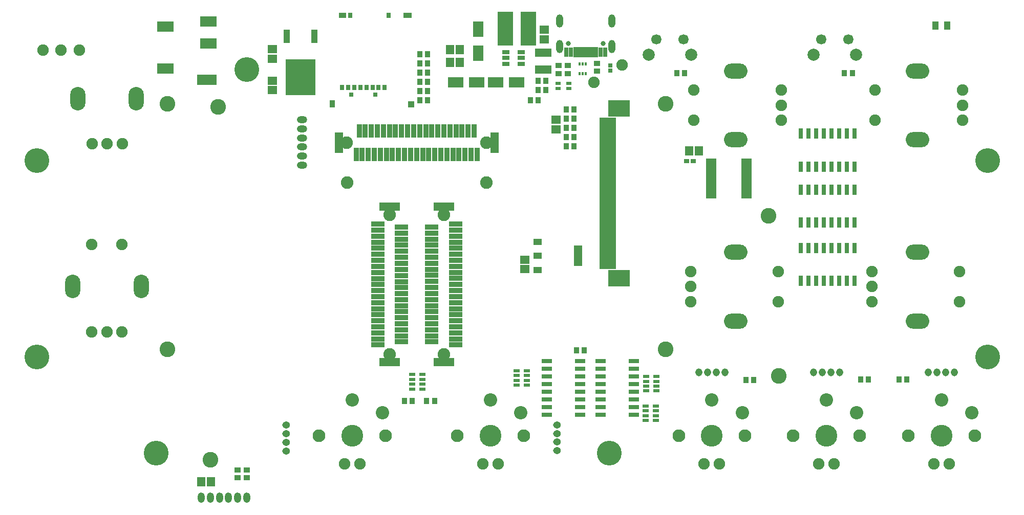
<source format=gts>
G04*
G04 #@! TF.GenerationSoftware,Altium Limited,Altium Designer,21.8.1 (53)*
G04*
G04 Layer_Color=8388736*
%FSLAX25Y25*%
%MOIN*%
G70*
G04*
G04 #@! TF.SameCoordinates,5834F34B-C4A2-4629-ADC7-1C587854752A*
G04*
G04*
G04 #@! TF.FilePolarity,Negative*
G04*
G01*
G75*
%ADD58R,0.13800X0.05500*%
%ADD59R,0.08600X0.03200*%
%ADD60R,0.10243X0.22054*%
%ADD61R,0.07093X0.10243*%
%ADD62R,0.05124X0.02762*%
%ADD63R,0.10243X0.06699*%
%ADD64R,0.05518X0.05912*%
%ADD65R,0.19691X0.23432*%
%ADD66R,0.04337X0.08668*%
%ADD67R,0.05912X0.05518*%
%ADD68R,0.03747X0.04140*%
%ADD69R,0.10600X0.06600*%
%ADD70R,0.12600X0.06600*%
%ADD71R,0.04140X0.03747*%
%ADD72R,0.11036X0.01981*%
%ADD73R,0.14179X0.10833*%
%ADD74R,0.03550X0.02368*%
%ADD75R,0.02762X0.06109*%
%ADD76R,0.01981X0.06509*%
%ADD77R,0.01460X0.02405*%
%ADD78R,0.02959X0.06502*%
%ADD79R,0.05518X0.04140*%
%ADD80R,0.05518X0.13195*%
%ADD81R,0.11030X0.05518*%
%ADD82R,0.05124X0.03747*%
%ADD83R,0.03333X0.04928*%
%ADD84R,0.04140X0.03943*%
%ADD85R,0.05518X0.03747*%
%ADD86R,0.02959X0.03353*%
%ADD87R,0.02959X0.03747*%
%ADD88R,0.03156X0.02959*%
%ADD89R,0.03156X0.03353*%
%ADD90R,0.06607X0.02572*%
%ADD91R,0.03353X0.02762*%
%ADD92R,0.06502X0.02959*%
%ADD93R,0.03943X0.02172*%
%ADD94R,0.04337X0.05321*%
%ADD95R,0.02920X0.02762*%
%ADD96R,0.05500X0.13800*%
%ADD97R,0.03200X0.08600*%
%ADD98C,0.10243*%
%ADD99C,0.08200*%
%ADD100C,0.16148*%
%ADD101O,0.06699X0.04731*%
%ADD102O,0.04731X0.06699*%
%ADD103C,0.06660*%
%ADD104C,0.07880*%
%ADD105C,0.00600*%
%ADD106O,0.05124X0.04731*%
%ADD107C,0.07487*%
%ADD108C,0.14180*%
%ADD109C,0.08274*%
%ADD110C,0.08668*%
%ADD111C,0.07487*%
%ADD112O,0.09849X0.15361*%
%ADD113C,0.03156*%
%ADD114O,0.04534X0.08668*%
%ADD115O,0.15361X0.09849*%
%ADD116O,0.04731X0.05124*%
D58*
X388480Y226786D02*
D03*
Y327986D02*
D03*
X423547Y226837D02*
D03*
Y328037D02*
D03*
D59*
X380780Y316686D02*
D03*
X396180Y314786D02*
D03*
X380780Y312786D02*
D03*
X396180Y310786D02*
D03*
X380780Y308886D02*
D03*
X396180Y306886D02*
D03*
X380780Y304886D02*
D03*
X396180Y302986D02*
D03*
X380780Y300986D02*
D03*
X396180Y298986D02*
D03*
X380780Y297086D02*
D03*
X396180Y295086D02*
D03*
X380780Y293086D02*
D03*
X396180Y291086D02*
D03*
X380780Y289186D02*
D03*
X396180Y287186D02*
D03*
X380780Y285186D02*
D03*
X396180Y283286D02*
D03*
X380780Y281286D02*
D03*
X396180Y279286D02*
D03*
X380780Y277386D02*
D03*
X396180Y275386D02*
D03*
X380780Y273386D02*
D03*
X396180Y271486D02*
D03*
X380780Y269486D02*
D03*
X396180Y267486D02*
D03*
X380780Y265586D02*
D03*
X396180Y263586D02*
D03*
X380780Y261586D02*
D03*
X396180Y259686D02*
D03*
X380780Y257686D02*
D03*
X396180Y255686D02*
D03*
X380780Y253686D02*
D03*
X396180Y251786D02*
D03*
X380780Y249786D02*
D03*
X396180Y247786D02*
D03*
X380780Y245886D02*
D03*
X396180Y243886D02*
D03*
X380780Y241886D02*
D03*
X396180Y239986D02*
D03*
X380780Y237986D02*
D03*
X431247Y316737D02*
D03*
X415847Y314837D02*
D03*
X431247Y312837D02*
D03*
X415847Y310837D02*
D03*
X431247Y308937D02*
D03*
X415847Y306937D02*
D03*
X431247Y304937D02*
D03*
X415847Y303037D02*
D03*
X431247Y301037D02*
D03*
X415847Y299037D02*
D03*
X431247Y297137D02*
D03*
X415847Y295137D02*
D03*
X431247Y293137D02*
D03*
X415847Y291137D02*
D03*
X431247Y289237D02*
D03*
X415847Y287237D02*
D03*
X431247Y285237D02*
D03*
X415847Y283337D02*
D03*
X431247Y281337D02*
D03*
X415847Y279337D02*
D03*
X431247Y277437D02*
D03*
X415847Y275437D02*
D03*
X431247Y273437D02*
D03*
X415847Y271537D02*
D03*
X431247Y269537D02*
D03*
X415847Y267537D02*
D03*
X431247Y265637D02*
D03*
X415847Y263637D02*
D03*
X431247Y261637D02*
D03*
X415847Y259737D02*
D03*
X431247Y257737D02*
D03*
X415847Y255737D02*
D03*
X431247Y253737D02*
D03*
X415847Y251837D02*
D03*
X431247Y249837D02*
D03*
X415847Y247837D02*
D03*
X431247Y245937D02*
D03*
X415847Y243937D02*
D03*
X431247Y241937D02*
D03*
X415847Y240037D02*
D03*
X431247Y238037D02*
D03*
D60*
X478858Y444000D02*
D03*
X463858Y444000D02*
D03*
D61*
X446000Y428000D02*
D03*
Y443748D02*
D03*
D62*
X464079Y428740D02*
D03*
X464079Y425000D02*
D03*
X464079Y421260D02*
D03*
X473921Y421260D02*
D03*
Y425000D02*
D03*
X473921Y428740D02*
D03*
D63*
X431220Y409000D02*
D03*
X445000D02*
D03*
X457221Y409000D02*
D03*
X471000D02*
D03*
D64*
X427701Y422000D02*
D03*
X434000D02*
D03*
X427701Y430500D02*
D03*
X434000D02*
D03*
X265759Y148753D02*
D03*
X272058D02*
D03*
X583350Y364500D02*
D03*
X589650D02*
D03*
D65*
X330500Y412354D02*
D03*
D66*
X321524Y439126D02*
D03*
X339476D02*
D03*
D67*
X312000Y410299D02*
D03*
Y404000D02*
D03*
Y430799D02*
D03*
Y424500D02*
D03*
X489000Y437201D02*
D03*
X489000Y443500D02*
D03*
X476500Y293650D02*
D03*
Y287350D02*
D03*
X496560Y378376D02*
D03*
Y384676D02*
D03*
D68*
X413118Y415500D02*
D03*
X408000D02*
D03*
X413118Y409500D02*
D03*
X408000D02*
D03*
X413118Y397500D02*
D03*
X408000D02*
D03*
X413118Y427500D02*
D03*
X408000D02*
D03*
X413118Y421500D02*
D03*
X408000D02*
D03*
X413118Y403500D02*
D03*
X408000D02*
D03*
X700000Y215500D02*
D03*
X694882D02*
D03*
X479941Y397500D02*
D03*
X485059D02*
D03*
X490000Y410000D02*
D03*
X484882D02*
D03*
X490000Y404000D02*
D03*
X484882D02*
D03*
X508500Y367500D02*
D03*
X503382D02*
D03*
X508500Y373500D02*
D03*
X503382D02*
D03*
X508500Y379500D02*
D03*
X503382D02*
D03*
X508500Y385500D02*
D03*
X503382D02*
D03*
X508500Y391500D02*
D03*
X503382D02*
D03*
X515000Y234500D02*
D03*
X509882D02*
D03*
X398000Y201500D02*
D03*
X403118D02*
D03*
X417559D02*
D03*
X412441D02*
D03*
X580500Y415000D02*
D03*
X575382D02*
D03*
X684500D02*
D03*
X689618D02*
D03*
X725059Y215500D02*
D03*
X719941D02*
D03*
X620382Y215000D02*
D03*
X625500D02*
D03*
D69*
X242324Y445576D02*
D03*
Y418016D02*
D03*
X270276Y434552D02*
D03*
Y448725D02*
D03*
D70*
X269434Y410859D02*
D03*
D71*
X523500Y416382D02*
D03*
Y421500D02*
D03*
X504500Y414941D02*
D03*
Y420059D02*
D03*
X498500Y420000D02*
D03*
Y414882D02*
D03*
X295500Y151500D02*
D03*
Y156618D02*
D03*
X289500Y151382D02*
D03*
Y156500D02*
D03*
D72*
X530315Y349606D02*
D03*
X530315Y353543D02*
D03*
X530315Y355512D02*
D03*
Y347638D02*
D03*
Y351575D02*
D03*
X530315Y377165D02*
D03*
Y365354D02*
D03*
X530315Y316142D02*
D03*
Y304331D02*
D03*
Y373228D02*
D03*
Y357480D02*
D03*
Y306299D02*
D03*
Y298425D02*
D03*
Y367323D02*
D03*
X530315Y288583D02*
D03*
X530315Y318110D02*
D03*
X530315Y385039D02*
D03*
X530315Y320079D02*
D03*
X530315Y312205D02*
D03*
X530315Y375197D02*
D03*
X530315Y310236D02*
D03*
Y314173D02*
D03*
X530315Y359449D02*
D03*
Y369291D02*
D03*
Y371260D02*
D03*
Y296457D02*
D03*
Y302362D02*
D03*
Y322047D02*
D03*
Y300394D02*
D03*
X530315Y379134D02*
D03*
Y381102D02*
D03*
X530315Y292520D02*
D03*
Y294488D02*
D03*
Y308268D02*
D03*
X530315Y290551D02*
D03*
Y383071D02*
D03*
X530315Y361417D02*
D03*
X530315Y363386D02*
D03*
Y341732D02*
D03*
Y339764D02*
D03*
X530315Y343701D02*
D03*
Y335827D02*
D03*
Y337795D02*
D03*
Y345669D02*
D03*
Y329921D02*
D03*
X530315Y333858D02*
D03*
Y331890D02*
D03*
Y327953D02*
D03*
Y325984D02*
D03*
X530315Y324016D02*
D03*
D73*
X537773Y281447D02*
D03*
Y392175D02*
D03*
D74*
X497913Y405000D02*
D03*
Y408543D02*
D03*
X505000D02*
D03*
Y405000D02*
D03*
D75*
X503205Y428941D02*
D03*
X506354D02*
D03*
X525646D02*
D03*
X528795D02*
D03*
D76*
X509110Y428941D02*
D03*
X511079D02*
D03*
X513047D02*
D03*
X515016Y428941D02*
D03*
X522890Y428941D02*
D03*
X520921D02*
D03*
X518953D02*
D03*
X516984Y428941D02*
D03*
D77*
X512000Y421000D02*
D03*
X515937Y414819D02*
D03*
X513969D02*
D03*
X512000D02*
D03*
X513969Y421000D02*
D03*
X515937D02*
D03*
D78*
X656000Y301228D02*
D03*
X661000Y301228D02*
D03*
X666000Y301228D02*
D03*
X671000D02*
D03*
X676000D02*
D03*
X681000D02*
D03*
X686000Y301228D02*
D03*
X691000Y301228D02*
D03*
Y279772D02*
D03*
X686000Y279772D02*
D03*
X681000Y279772D02*
D03*
X676000D02*
D03*
X671000D02*
D03*
X666000D02*
D03*
X661000Y279772D02*
D03*
X656000Y279772D02*
D03*
Y375728D02*
D03*
X661000Y375728D02*
D03*
X666000Y375728D02*
D03*
X671000D02*
D03*
X676000D02*
D03*
X681000D02*
D03*
X686000Y375728D02*
D03*
X691000Y375728D02*
D03*
Y354272D02*
D03*
X686000Y354272D02*
D03*
X681000Y354272D02*
D03*
X676000D02*
D03*
X671000D02*
D03*
X666000D02*
D03*
X661000Y354272D02*
D03*
X656000Y354272D02*
D03*
Y317772D02*
D03*
X661000Y317772D02*
D03*
X666000Y317772D02*
D03*
X671000D02*
D03*
X676000D02*
D03*
X681000D02*
D03*
X686000Y317772D02*
D03*
X691000Y317772D02*
D03*
Y339228D02*
D03*
X686000Y339228D02*
D03*
X681000Y339228D02*
D03*
X676000D02*
D03*
X671000D02*
D03*
X666000D02*
D03*
X661000Y339228D02*
D03*
X656000Y339228D02*
D03*
D79*
X484811Y305016D02*
D03*
Y296000D02*
D03*
Y286984D02*
D03*
D80*
X511189Y296000D02*
D03*
D81*
X488500Y417500D02*
D03*
X488500Y428524D02*
D03*
D82*
X357772Y452756D02*
D03*
D83*
X350894Y395276D02*
D03*
D84*
X402213Y394980D02*
D03*
D85*
X400000Y452756D02*
D03*
D86*
X387646Y452953D02*
D03*
D87*
X362646Y452756D02*
D03*
D88*
X379181Y401181D02*
D03*
X363433D02*
D03*
D89*
X357528Y405905D02*
D03*
X361465D02*
D03*
X365402D02*
D03*
X369339D02*
D03*
X373276D02*
D03*
X377213D02*
D03*
X381150D02*
D03*
X385087D02*
D03*
D90*
X620867Y358016D02*
D03*
Y355457D02*
D03*
Y352898D02*
D03*
Y350339D02*
D03*
Y347779D02*
D03*
Y345220D02*
D03*
Y342661D02*
D03*
Y340102D02*
D03*
Y337543D02*
D03*
Y334984D02*
D03*
X597733D02*
D03*
Y337543D02*
D03*
Y340102D02*
D03*
Y342661D02*
D03*
Y345220D02*
D03*
Y347779D02*
D03*
Y350339D02*
D03*
Y352898D02*
D03*
Y355457D02*
D03*
Y358016D02*
D03*
D91*
X581636Y357900D02*
D03*
X586164D02*
D03*
D92*
X490772Y227500D02*
D03*
X490772Y222500D02*
D03*
X490772Y217500D02*
D03*
Y212500D02*
D03*
Y207500D02*
D03*
Y202500D02*
D03*
X490772Y197500D02*
D03*
X490772Y192500D02*
D03*
X512228D02*
D03*
X512228Y197500D02*
D03*
X512228Y202500D02*
D03*
Y207500D02*
D03*
Y212500D02*
D03*
Y217500D02*
D03*
X512228Y222500D02*
D03*
X512228Y227500D02*
D03*
X547228Y192500D02*
D03*
X547228Y197500D02*
D03*
X547228Y202500D02*
D03*
Y207500D02*
D03*
Y212500D02*
D03*
Y217500D02*
D03*
X547228Y222500D02*
D03*
X547228Y227500D02*
D03*
X525772Y227500D02*
D03*
X525772Y222500D02*
D03*
X525772Y217500D02*
D03*
X525772Y212500D02*
D03*
Y207500D02*
D03*
X525772Y202500D02*
D03*
X525772Y197500D02*
D03*
X525772Y192500D02*
D03*
D93*
X471153Y214925D02*
D03*
Y211776D02*
D03*
Y221224D02*
D03*
Y218075D02*
D03*
X477846D02*
D03*
Y221224D02*
D03*
Y211776D02*
D03*
Y214925D02*
D03*
X403154Y212425D02*
D03*
Y209276D02*
D03*
Y218724D02*
D03*
Y215575D02*
D03*
X409846D02*
D03*
Y218724D02*
D03*
Y209276D02*
D03*
Y212425D02*
D03*
X562000Y214299D02*
D03*
Y217449D02*
D03*
Y208000D02*
D03*
Y211150D02*
D03*
X555307D02*
D03*
Y208000D02*
D03*
Y217449D02*
D03*
Y214299D02*
D03*
X561846Y195075D02*
D03*
Y198224D02*
D03*
Y188776D02*
D03*
Y191925D02*
D03*
X555154D02*
D03*
Y188776D02*
D03*
Y198224D02*
D03*
Y195075D02*
D03*
D94*
X751500Y446000D02*
D03*
X743626D02*
D03*
D95*
X532000Y416768D02*
D03*
Y420232D02*
D03*
D96*
X355388Y369725D02*
D03*
X456588D02*
D03*
D97*
X445288Y362025D02*
D03*
X443388Y377425D02*
D03*
X441388Y362025D02*
D03*
X439388Y377425D02*
D03*
X437488Y362025D02*
D03*
X435488Y377425D02*
D03*
X433488Y362025D02*
D03*
X431588Y377425D02*
D03*
X429588Y362025D02*
D03*
X427588Y377425D02*
D03*
X425688Y362025D02*
D03*
X423688Y377425D02*
D03*
X421688Y362025D02*
D03*
X419688Y377425D02*
D03*
X417788Y362025D02*
D03*
X415788Y377425D02*
D03*
X413788Y362025D02*
D03*
X411888Y377425D02*
D03*
X409888Y362025D02*
D03*
X407888Y377425D02*
D03*
X405988Y362025D02*
D03*
X403988Y377425D02*
D03*
X401988Y362025D02*
D03*
X400088Y377425D02*
D03*
X398088Y362025D02*
D03*
X396088Y377425D02*
D03*
X394188Y362025D02*
D03*
X392188Y377425D02*
D03*
X390188Y362025D02*
D03*
X388288Y377425D02*
D03*
X386288Y362025D02*
D03*
X384288Y377425D02*
D03*
X382288Y362025D02*
D03*
X380388Y377425D02*
D03*
X378388Y362025D02*
D03*
X376388Y377425D02*
D03*
X374488Y362025D02*
D03*
X372488Y377425D02*
D03*
X370488Y362025D02*
D03*
X368588Y377425D02*
D03*
X366588Y362025D02*
D03*
D98*
X641732Y217717D02*
D03*
X635039Y322047D02*
D03*
X271654Y162992D02*
D03*
X276772Y393307D02*
D03*
X243780Y235086D02*
D03*
Y395086D02*
D03*
X568197Y235086D02*
D03*
Y395086D02*
D03*
D99*
X451500Y343700D02*
D03*
X360600D02*
D03*
X388480Y231886D02*
D03*
Y322786D02*
D03*
X423547Y231937D02*
D03*
Y322837D02*
D03*
X360488Y369725D02*
D03*
X451388D02*
D03*
D100*
X295276Y417323D02*
D03*
X236221Y167323D02*
D03*
X158661Y230315D02*
D03*
X158656Y358268D02*
D03*
X531496Y167323D02*
D03*
X777559Y230315D02*
D03*
Y358268D02*
D03*
D101*
X331500Y384717D02*
D03*
Y378811D02*
D03*
Y372905D02*
D03*
Y367000D02*
D03*
Y361094D02*
D03*
Y355189D02*
D03*
D102*
X265784Y138500D02*
D03*
X271689D02*
D03*
X277594D02*
D03*
X283500D02*
D03*
X289405D02*
D03*
X295311D02*
D03*
D103*
X687000Y437000D02*
D03*
X669283D02*
D03*
X579717D02*
D03*
X562000D02*
D03*
D104*
X664342Y427197D02*
D03*
X691941D02*
D03*
X557059D02*
D03*
X584657D02*
D03*
D105*
X215500Y420878D02*
D03*
Y444500D02*
D03*
X256300Y421059D02*
D03*
Y444681D02*
D03*
D106*
X497514Y180305D02*
D03*
X497514Y174705D02*
D03*
X497514Y169105D02*
D03*
Y185905D02*
D03*
X321000Y185700D02*
D03*
Y168900D02*
D03*
X321000Y174500D02*
D03*
X321000Y180100D02*
D03*
D107*
X186311Y430000D02*
D03*
X162689D02*
D03*
X174500D02*
D03*
X214342Y369043D02*
D03*
X204500D02*
D03*
X194658D02*
D03*
X521435Y409245D02*
D03*
X539866Y420366D02*
D03*
X586218Y384333D02*
D03*
Y404018D02*
D03*
X643304Y384333D02*
D03*
Y394175D02*
D03*
Y404018D02*
D03*
X761414D02*
D03*
Y394175D02*
D03*
Y384333D02*
D03*
X704328Y404018D02*
D03*
Y384333D02*
D03*
X584250Y266222D02*
D03*
Y276065D02*
D03*
Y285907D02*
D03*
X641336Y266222D02*
D03*
Y285907D02*
D03*
X214171Y246538D02*
D03*
X204328D02*
D03*
X194486D02*
D03*
X214171Y303624D02*
D03*
X194486D02*
D03*
X702360Y266222D02*
D03*
Y276065D02*
D03*
Y285907D02*
D03*
X759446Y266222D02*
D03*
Y285907D02*
D03*
D108*
X454165Y178958D02*
D03*
X363943Y178960D02*
D03*
X747635D02*
D03*
X672832D02*
D03*
X598195D02*
D03*
D109*
X432512Y178958D02*
D03*
X475818D02*
D03*
X342290Y178960D02*
D03*
X385597D02*
D03*
X725982D02*
D03*
X769289D02*
D03*
X651179D02*
D03*
X694486D02*
D03*
X576542D02*
D03*
X619849D02*
D03*
D110*
X454165Y202186D02*
D03*
X473849Y193918D02*
D03*
X363943Y202188D02*
D03*
X383628Y193921D02*
D03*
X747635Y202188D02*
D03*
X767320Y193921D02*
D03*
X672832Y202188D02*
D03*
X692517Y193921D02*
D03*
X598195Y202188D02*
D03*
X617880Y193921D02*
D03*
D111*
X449164Y160458D02*
D03*
X459164D02*
D03*
X358943Y160460D02*
D03*
X368943D02*
D03*
X742635D02*
D03*
X752635D02*
D03*
X667832D02*
D03*
X677832D02*
D03*
X593195D02*
D03*
X603195D02*
D03*
D112*
X223500Y398500D02*
D03*
X185500D02*
D03*
X226769Y276065D02*
D03*
X181887D02*
D03*
D113*
X504622Y434630D02*
D03*
X527378D02*
D03*
D114*
X498992Y449000D02*
D03*
X533008D02*
D03*
X498992Y432543D02*
D03*
X533008D02*
D03*
D115*
X613777Y371734D02*
D03*
Y416616D02*
D03*
X731887D02*
D03*
Y371734D02*
D03*
X613777Y253624D02*
D03*
Y298506D02*
D03*
X731887Y253624D02*
D03*
Y298506D02*
D03*
D116*
X606600Y219986D02*
D03*
X589800D02*
D03*
X595400Y219986D02*
D03*
X601000Y219986D02*
D03*
X681237Y219986D02*
D03*
X664437Y219986D02*
D03*
X670037D02*
D03*
X675637D02*
D03*
X755905Y219986D02*
D03*
X739105D02*
D03*
X744705Y219986D02*
D03*
X750305Y219986D02*
D03*
M02*

</source>
